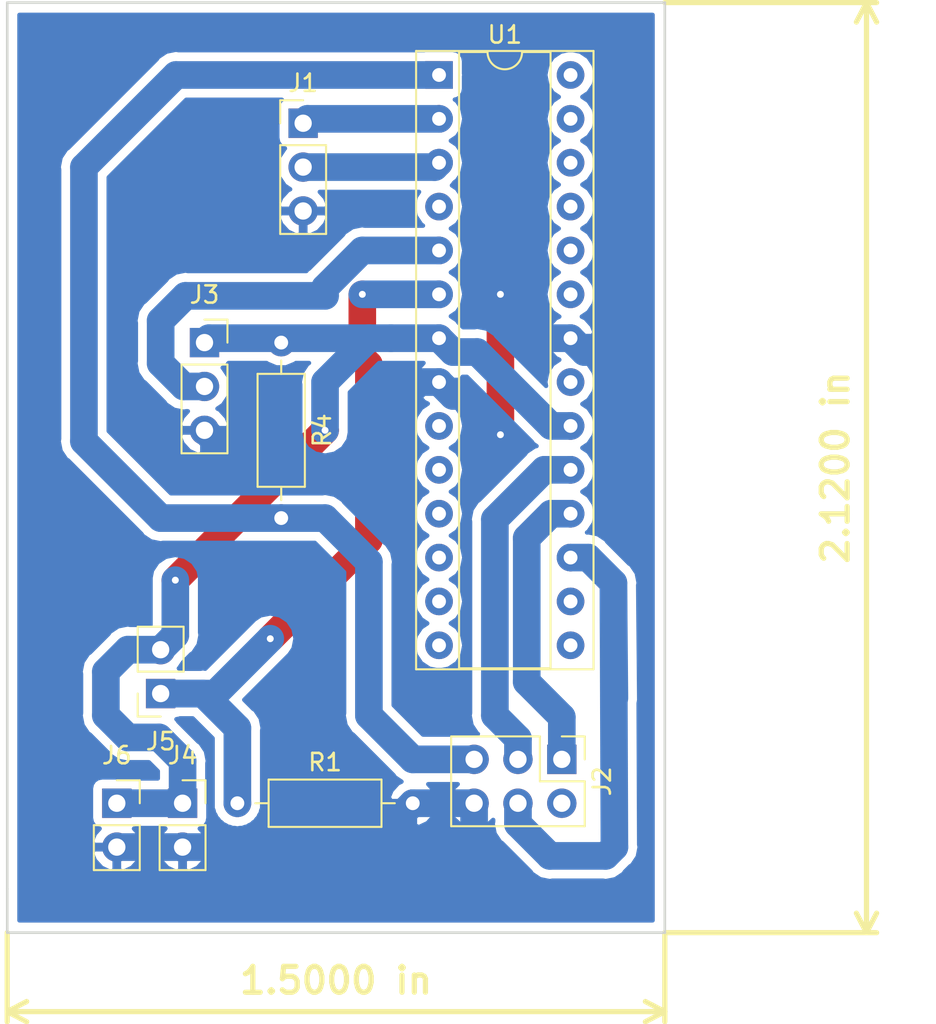
<source format=kicad_pcb>
(kicad_pcb (version 20171130) (host pcbnew 5.0.2-bee76a0~70~ubuntu18.04.1)

  (general
    (thickness 1.6)
    (drawings 12)
    (tracks 96)
    (zones 0)
    (modules 9)
    (nets 11)
  )

  (page A4)
  (layers
    (0 F.Cu signal)
    (31 B.Cu signal)
    (32 B.Adhes user)
    (33 F.Adhes user)
    (34 B.Paste user)
    (35 F.Paste user)
    (36 B.SilkS user)
    (37 F.SilkS user)
    (38 B.Mask user)
    (39 F.Mask user)
    (40 Dwgs.User user)
    (41 Cmts.User user)
    (42 Eco1.User user)
    (43 Eco2.User user)
    (44 Edge.Cuts user)
    (45 Margin user)
    (46 B.CrtYd user)
    (47 F.CrtYd user)
    (48 B.Fab user)
    (49 F.Fab user)
  )

  (setup
    (last_trace_width 1.6)
    (trace_clearance 0.2)
    (zone_clearance 0.508)
    (zone_45_only no)
    (trace_min 0.2)
    (segment_width 0.2)
    (edge_width 0.15)
    (via_size 0.8)
    (via_drill 0.4)
    (via_min_size 0.4)
    (via_min_drill 0.3)
    (uvia_size 0.3)
    (uvia_drill 0.1)
    (uvias_allowed no)
    (uvia_min_size 0.2)
    (uvia_min_drill 0.1)
    (pcb_text_width 0.3)
    (pcb_text_size 1.5 1.5)
    (mod_edge_width 0.15)
    (mod_text_size 1 1)
    (mod_text_width 0.15)
    (pad_size 1.524 1.524)
    (pad_drill 0.762)
    (pad_to_mask_clearance 0.051)
    (solder_mask_min_width 0.25)
    (aux_axis_origin 0 0)
    (visible_elements 7FFFFFFF)
    (pcbplotparams
      (layerselection 0x010fc_ffffffff)
      (usegerberextensions false)
      (usegerberattributes false)
      (usegerberadvancedattributes false)
      (creategerberjobfile false)
      (excludeedgelayer true)
      (linewidth 0.100000)
      (plotframeref false)
      (viasonmask false)
      (mode 1)
      (useauxorigin false)
      (hpglpennumber 1)
      (hpglpenspeed 20)
      (hpglpendiameter 15.000000)
      (psnegative false)
      (psa4output false)
      (plotreference true)
      (plotvalue true)
      (plotinvisibletext false)
      (padsonsilk false)
      (subtractmaskfromsilk false)
      (outputformat 1)
      (mirror false)
      (drillshape 0)
      (scaleselection 1)
      (outputdirectory "gerber/"))
  )

  (net 0 "")
  (net 1 GND)
  (net 2 MISO)
  (net 3 SCK)
  (net 4 MOSI)
  (net 5 RESET)
  (net 6 +5V)
  (net 7 LED)
  (net 8 "Net-(J5-Pad1)")
  (net 9 "Net-(J1-Pad1)")
  (net 10 "Net-(J1-Pad2)")

  (net_class Default "This is the default net class."
    (clearance 0.2)
    (trace_width 1.6)
    (via_dia 0.8)
    (via_drill 0.4)
    (uvia_dia 0.3)
    (uvia_drill 0.1)
    (add_net +5V)
    (add_net GND)
    (add_net LED)
    (add_net MISO)
    (add_net MOSI)
    (add_net "Net-(J1-Pad1)")
    (add_net "Net-(J1-Pad2)")
    (add_net "Net-(J5-Pad1)")
    (add_net RESET)
    (add_net SCK)
  )

  (module Connector_PinHeader_2.54mm:PinHeader_2x03_P2.54mm_Vertical (layer F.Cu) (tedit 5BC3281A) (tstamp 5BC33362)
    (at 44.831 56.515 270)
    (descr "Through hole straight pin header, 2x03, 2.54mm pitch, double rows")
    (tags "Through hole pin header THT 2x03 2.54mm double row")
    (path /5BB90674)
    (fp_text reference J2 (at 1.27 -2.33 270) (layer F.SilkS)
      (effects (font (size 1 1) (thickness 0.15)))
    )
    (fp_text value Conn_02x03_Odd_Even (at 1.27 7.41 270) (layer F.Fab)
      (effects (font (size 1 1) (thickness 0.15)))
    )
    (fp_line (start 0 -1.27) (end 3.81 -1.27) (layer F.Fab) (width 0.1))
    (fp_line (start 3.81 -1.27) (end 3.81 6.35) (layer F.Fab) (width 0.1))
    (fp_line (start 3.81 6.35) (end -1.27 6.35) (layer F.Fab) (width 0.1))
    (fp_line (start -1.27 6.35) (end -1.27 0) (layer F.Fab) (width 0.1))
    (fp_line (start -1.27 0) (end 0 -1.27) (layer F.Fab) (width 0.1))
    (fp_line (start -1.33 6.41) (end 3.87 6.41) (layer F.SilkS) (width 0.12))
    (fp_line (start -1.33 1.27) (end -1.33 6.41) (layer F.SilkS) (width 0.12))
    (fp_line (start 3.87 -1.33) (end 3.87 6.41) (layer F.SilkS) (width 0.12))
    (fp_line (start -1.33 1.27) (end 1.27 1.27) (layer F.SilkS) (width 0.12))
    (fp_line (start 1.27 1.27) (end 1.27 -1.33) (layer F.SilkS) (width 0.12))
    (fp_line (start 1.27 -1.33) (end 3.87 -1.33) (layer F.SilkS) (width 0.12))
    (fp_line (start -1.33 0) (end -1.33 -1.33) (layer F.SilkS) (width 0.12))
    (fp_line (start -1.33 -1.33) (end 0 -1.33) (layer F.SilkS) (width 0.12))
    (fp_line (start -1.8 -1.8) (end -1.8 6.85) (layer F.CrtYd) (width 0.05))
    (fp_line (start -1.8 6.85) (end 4.35 6.85) (layer F.CrtYd) (width 0.05))
    (fp_line (start 4.35 6.85) (end 4.35 -1.8) (layer F.CrtYd) (width 0.05))
    (fp_line (start 4.35 -1.8) (end -1.8 -1.8) (layer F.CrtYd) (width 0.05))
    (fp_text user %R (at 1.27 2.54) (layer F.Fab)
      (effects (font (size 1 1) (thickness 0.15)))
    )
    (pad 1 thru_hole rect (at 0 0 270) (size 1.7 1.7) (drill 1) (layers *.Cu *.Mask)
      (net 2 MISO))
    (pad 2 thru_hole oval (at 2.54 0 270) (size 1.7 1.7) (drill 1) (layers *.Cu *.Mask))
    (pad 3 thru_hole oval (at 0 2.54 270) (size 1.7 1.7) (drill 1) (layers *.Cu *.Mask)
      (net 3 SCK))
    (pad 4 thru_hole oval (at 2.54 2.54 270) (size 1.7 1.7) (drill 1) (layers *.Cu *.Mask)
      (net 4 MOSI))
    (pad 5 thru_hole oval (at 0 5.08 270) (size 1.7 1.7) (drill 1) (layers *.Cu *.Mask)
      (net 5 RESET))
    (pad 6 thru_hole oval (at 2.54 5.08 270) (size 1.7 1.7) (drill 1) (layers *.Cu *.Mask)
      (net 1 GND))
    (model ${KISYS3DMOD}/Connector_PinHeader_2.54mm.3dshapes/PinHeader_2x03_P2.54mm_Vertical.wrl
      (at (xyz 0 0 0))
      (scale (xyz 1 1 1))
      (rotate (xyz 0 0 0))
    )
  )

  (module Resistor_THT:R_Axial_DIN0207_L6.3mm_D2.5mm_P10.16mm_Horizontal (layer F.Cu) (tedit 5AE5139B) (tstamp 5BC34412)
    (at 26.035 59.055)
    (descr "Resistor, Axial_DIN0207 series, Axial, Horizontal, pin pitch=10.16mm, 0.25W = 1/4W, length*diameter=6.3*2.5mm^2, http://cdn-reichelt.de/documents/datenblatt/B400/1_4W%23YAG.pdf")
    (tags "Resistor Axial_DIN0207 series Axial Horizontal pin pitch 10.16mm 0.25W = 1/4W length 6.3mm diameter 2.5mm")
    (path /5C0AB08E)
    (fp_text reference R1 (at 5.08 -2.37) (layer F.SilkS)
      (effects (font (size 1 1) (thickness 0.15)))
    )
    (fp_text value 100k (at 5.08 2.37) (layer F.Fab)
      (effects (font (size 1 1) (thickness 0.15)))
    )
    (fp_line (start 1.93 -1.25) (end 1.93 1.25) (layer F.Fab) (width 0.1))
    (fp_line (start 1.93 1.25) (end 8.23 1.25) (layer F.Fab) (width 0.1))
    (fp_line (start 8.23 1.25) (end 8.23 -1.25) (layer F.Fab) (width 0.1))
    (fp_line (start 8.23 -1.25) (end 1.93 -1.25) (layer F.Fab) (width 0.1))
    (fp_line (start 0 0) (end 1.93 0) (layer F.Fab) (width 0.1))
    (fp_line (start 10.16 0) (end 8.23 0) (layer F.Fab) (width 0.1))
    (fp_line (start 1.81 -1.37) (end 1.81 1.37) (layer F.SilkS) (width 0.12))
    (fp_line (start 1.81 1.37) (end 8.35 1.37) (layer F.SilkS) (width 0.12))
    (fp_line (start 8.35 1.37) (end 8.35 -1.37) (layer F.SilkS) (width 0.12))
    (fp_line (start 8.35 -1.37) (end 1.81 -1.37) (layer F.SilkS) (width 0.12))
    (fp_line (start 1.04 0) (end 1.81 0) (layer F.SilkS) (width 0.12))
    (fp_line (start 9.12 0) (end 8.35 0) (layer F.SilkS) (width 0.12))
    (fp_line (start -1.05 -1.5) (end -1.05 1.5) (layer F.CrtYd) (width 0.05))
    (fp_line (start -1.05 1.5) (end 11.21 1.5) (layer F.CrtYd) (width 0.05))
    (fp_line (start 11.21 1.5) (end 11.21 -1.5) (layer F.CrtYd) (width 0.05))
    (fp_line (start 11.21 -1.5) (end -1.05 -1.5) (layer F.CrtYd) (width 0.05))
    (fp_text user %R (at 5.08 0 180) (layer F.Fab)
      (effects (font (size 1 1) (thickness 0.15)))
    )
    (pad 1 thru_hole circle (at 0 0) (size 1.6 1.6) (drill 0.8) (layers *.Cu *.Mask)
      (net 8 "Net-(J5-Pad1)"))
    (pad 2 thru_hole oval (at 10.16 0) (size 1.6 1.6) (drill 0.8) (layers *.Cu *.Mask)
      (net 1 GND))
    (model ${KISYS3DMOD}/Resistor_THT.3dshapes/R_Axial_DIN0207_L6.3mm_D2.5mm_P10.16mm_Horizontal.wrl
      (at (xyz 0 0 0))
      (scale (xyz 1 1 1))
      (rotate (xyz 0 0 0))
    )
  )

  (module Resistor_THT:R_Axial_DIN0207_L6.3mm_D2.5mm_P10.16mm_Horizontal (layer F.Cu) (tedit 5AE5139B) (tstamp 5C176BA3)
    (at 28.575 32.385 270)
    (descr "Resistor, Axial_DIN0207 series, Axial, Horizontal, pin pitch=10.16mm, 0.25W = 1/4W, length*diameter=6.3*2.5mm^2, http://cdn-reichelt.de/documents/datenblatt/B400/1_4W%23YAG.pdf")
    (tags "Resistor Axial_DIN0207 series Axial Horizontal pin pitch 10.16mm 0.25W = 1/4W length 6.3mm diameter 2.5mm")
    (path /5BB8F969)
    (fp_text reference R4 (at 5.08 -2.37 270) (layer F.SilkS)
      (effects (font (size 1 1) (thickness 0.15)))
    )
    (fp_text value 10k (at 5.08 2.37 270) (layer F.Fab)
      (effects (font (size 1 1) (thickness 0.15)))
    )
    (fp_text user %R (at 5.08 0 270) (layer F.Fab)
      (effects (font (size 1 1) (thickness 0.15)))
    )
    (fp_line (start 11.21 -1.5) (end -1.05 -1.5) (layer F.CrtYd) (width 0.05))
    (fp_line (start 11.21 1.5) (end 11.21 -1.5) (layer F.CrtYd) (width 0.05))
    (fp_line (start -1.05 1.5) (end 11.21 1.5) (layer F.CrtYd) (width 0.05))
    (fp_line (start -1.05 -1.5) (end -1.05 1.5) (layer F.CrtYd) (width 0.05))
    (fp_line (start 9.12 0) (end 8.35 0) (layer F.SilkS) (width 0.12))
    (fp_line (start 1.04 0) (end 1.81 0) (layer F.SilkS) (width 0.12))
    (fp_line (start 8.35 -1.37) (end 1.81 -1.37) (layer F.SilkS) (width 0.12))
    (fp_line (start 8.35 1.37) (end 8.35 -1.37) (layer F.SilkS) (width 0.12))
    (fp_line (start 1.81 1.37) (end 8.35 1.37) (layer F.SilkS) (width 0.12))
    (fp_line (start 1.81 -1.37) (end 1.81 1.37) (layer F.SilkS) (width 0.12))
    (fp_line (start 10.16 0) (end 8.23 0) (layer F.Fab) (width 0.1))
    (fp_line (start 0 0) (end 1.93 0) (layer F.Fab) (width 0.1))
    (fp_line (start 8.23 -1.25) (end 1.93 -1.25) (layer F.Fab) (width 0.1))
    (fp_line (start 8.23 1.25) (end 8.23 -1.25) (layer F.Fab) (width 0.1))
    (fp_line (start 1.93 1.25) (end 8.23 1.25) (layer F.Fab) (width 0.1))
    (fp_line (start 1.93 -1.25) (end 1.93 1.25) (layer F.Fab) (width 0.1))
    (pad 2 thru_hole oval (at 10.16 0 270) (size 1.6 1.6) (drill 0.8) (layers *.Cu *.Mask)
      (net 5 RESET))
    (pad 1 thru_hole circle (at 0 0 270) (size 1.6 1.6) (drill 0.8) (layers *.Cu *.Mask)
      (net 6 +5V))
    (model ${KISYS3DMOD}/Resistor_THT.3dshapes/R_Axial_DIN0207_L6.3mm_D2.5mm_P10.16mm_Horizontal.wrl
      (at (xyz 0 0 0))
      (scale (xyz 1 1 1))
      (rotate (xyz 0 0 0))
    )
  )

  (module Package_DIP:DIP-28_W7.62mm_Socket (layer F.Cu) (tedit 5A02E8C5) (tstamp 5BC33408)
    (at 37.719 16.891)
    (descr "28-lead though-hole mounted DIP package, row spacing 7.62 mm (300 mils), Socket")
    (tags "THT DIP DIL PDIP 2.54mm 7.62mm 300mil Socket")
    (path /5BB8CBE4)
    (fp_text reference U1 (at 3.81 -2.33) (layer F.SilkS)
      (effects (font (size 1 1) (thickness 0.15)))
    )
    (fp_text value ATMEGA8-16PU (at 3.81 35.35) (layer F.Fab)
      (effects (font (size 1 1) (thickness 0.15)))
    )
    (fp_arc (start 3.81 -1.33) (end 2.81 -1.33) (angle -180) (layer F.SilkS) (width 0.12))
    (fp_line (start 1.635 -1.27) (end 6.985 -1.27) (layer F.Fab) (width 0.1))
    (fp_line (start 6.985 -1.27) (end 6.985 34.29) (layer F.Fab) (width 0.1))
    (fp_line (start 6.985 34.29) (end 0.635 34.29) (layer F.Fab) (width 0.1))
    (fp_line (start 0.635 34.29) (end 0.635 -0.27) (layer F.Fab) (width 0.1))
    (fp_line (start 0.635 -0.27) (end 1.635 -1.27) (layer F.Fab) (width 0.1))
    (fp_line (start -1.27 -1.33) (end -1.27 34.35) (layer F.Fab) (width 0.1))
    (fp_line (start -1.27 34.35) (end 8.89 34.35) (layer F.Fab) (width 0.1))
    (fp_line (start 8.89 34.35) (end 8.89 -1.33) (layer F.Fab) (width 0.1))
    (fp_line (start 8.89 -1.33) (end -1.27 -1.33) (layer F.Fab) (width 0.1))
    (fp_line (start 2.81 -1.33) (end 1.16 -1.33) (layer F.SilkS) (width 0.12))
    (fp_line (start 1.16 -1.33) (end 1.16 34.35) (layer F.SilkS) (width 0.12))
    (fp_line (start 1.16 34.35) (end 6.46 34.35) (layer F.SilkS) (width 0.12))
    (fp_line (start 6.46 34.35) (end 6.46 -1.33) (layer F.SilkS) (width 0.12))
    (fp_line (start 6.46 -1.33) (end 4.81 -1.33) (layer F.SilkS) (width 0.12))
    (fp_line (start -1.33 -1.39) (end -1.33 34.41) (layer F.SilkS) (width 0.12))
    (fp_line (start -1.33 34.41) (end 8.95 34.41) (layer F.SilkS) (width 0.12))
    (fp_line (start 8.95 34.41) (end 8.95 -1.39) (layer F.SilkS) (width 0.12))
    (fp_line (start 8.95 -1.39) (end -1.33 -1.39) (layer F.SilkS) (width 0.12))
    (fp_line (start -1.55 -1.6) (end -1.55 34.65) (layer F.CrtYd) (width 0.05))
    (fp_line (start -1.55 34.65) (end 9.15 34.65) (layer F.CrtYd) (width 0.05))
    (fp_line (start 9.15 34.65) (end 9.15 -1.6) (layer F.CrtYd) (width 0.05))
    (fp_line (start 9.15 -1.6) (end -1.55 -1.6) (layer F.CrtYd) (width 0.05))
    (fp_text user %R (at 3.81 16.51) (layer F.Fab)
      (effects (font (size 1 1) (thickness 0.15)))
    )
    (pad 1 thru_hole rect (at 0 0) (size 1.6 1.6) (drill 0.8) (layers *.Cu *.Mask)
      (net 5 RESET))
    (pad 15 thru_hole oval (at 7.62 33.02) (size 1.6 1.6) (drill 0.8) (layers *.Cu *.Mask))
    (pad 2 thru_hole oval (at 0 2.54) (size 1.6 1.6) (drill 0.8) (layers *.Cu *.Mask)
      (net 9 "Net-(J1-Pad1)"))
    (pad 16 thru_hole oval (at 7.62 30.48) (size 1.6 1.6) (drill 0.8) (layers *.Cu *.Mask))
    (pad 3 thru_hole oval (at 0 5.08) (size 1.6 1.6) (drill 0.8) (layers *.Cu *.Mask)
      (net 10 "Net-(J1-Pad2)"))
    (pad 17 thru_hole oval (at 7.62 27.94) (size 1.6 1.6) (drill 0.8) (layers *.Cu *.Mask)
      (net 4 MOSI))
    (pad 4 thru_hole oval (at 0 7.62) (size 1.6 1.6) (drill 0.8) (layers *.Cu *.Mask))
    (pad 18 thru_hole oval (at 7.62 25.4) (size 1.6 1.6) (drill 0.8) (layers *.Cu *.Mask)
      (net 2 MISO))
    (pad 5 thru_hole oval (at 0 10.16) (size 1.6 1.6) (drill 0.8) (layers *.Cu *.Mask)
      (net 7 LED))
    (pad 19 thru_hole oval (at 7.62 22.86) (size 1.6 1.6) (drill 0.8) (layers *.Cu *.Mask)
      (net 3 SCK))
    (pad 6 thru_hole oval (at 0 12.7) (size 1.6 1.6) (drill 0.8) (layers *.Cu *.Mask)
      (net 8 "Net-(J5-Pad1)"))
    (pad 20 thru_hole oval (at 7.62 20.32) (size 1.6 1.6) (drill 0.8) (layers *.Cu *.Mask)
      (net 6 +5V))
    (pad 7 thru_hole oval (at 0 15.24) (size 1.6 1.6) (drill 0.8) (layers *.Cu *.Mask)
      (net 6 +5V))
    (pad 21 thru_hole oval (at 7.62 17.78) (size 1.6 1.6) (drill 0.8) (layers *.Cu *.Mask))
    (pad 8 thru_hole oval (at 0 17.78) (size 1.6 1.6) (drill 0.8) (layers *.Cu *.Mask)
      (net 1 GND))
    (pad 22 thru_hole oval (at 7.62 15.24) (size 1.6 1.6) (drill 0.8) (layers *.Cu *.Mask)
      (net 1 GND))
    (pad 9 thru_hole oval (at 0 20.32) (size 1.6 1.6) (drill 0.8) (layers *.Cu *.Mask))
    (pad 23 thru_hole oval (at 7.62 12.7) (size 1.6 1.6) (drill 0.8) (layers *.Cu *.Mask))
    (pad 10 thru_hole oval (at 0 22.86) (size 1.6 1.6) (drill 0.8) (layers *.Cu *.Mask))
    (pad 24 thru_hole oval (at 7.62 10.16) (size 1.6 1.6) (drill 0.8) (layers *.Cu *.Mask))
    (pad 11 thru_hole oval (at 0 25.4) (size 1.6 1.6) (drill 0.8) (layers *.Cu *.Mask))
    (pad 25 thru_hole oval (at 7.62 7.62) (size 1.6 1.6) (drill 0.8) (layers *.Cu *.Mask))
    (pad 12 thru_hole oval (at 0 27.94) (size 1.6 1.6) (drill 0.8) (layers *.Cu *.Mask))
    (pad 26 thru_hole oval (at 7.62 5.08) (size 1.6 1.6) (drill 0.8) (layers *.Cu *.Mask))
    (pad 13 thru_hole oval (at 0 30.48) (size 1.6 1.6) (drill 0.8) (layers *.Cu *.Mask))
    (pad 27 thru_hole oval (at 7.62 2.54) (size 1.6 1.6) (drill 0.8) (layers *.Cu *.Mask))
    (pad 14 thru_hole oval (at 0 33.02) (size 1.6 1.6) (drill 0.8) (layers *.Cu *.Mask))
    (pad 28 thru_hole oval (at 7.62 0) (size 1.6 1.6) (drill 0.8) (layers *.Cu *.Mask))
    (model ${KISYS3DMOD}/Package_DIP.3dshapes/DIP-28_W7.62mm_Socket.wrl
      (at (xyz 0 0 0))
      (scale (xyz 1 1 1))
      (rotate (xyz 0 0 0))
    )
  )

  (module Connector_PinSocket_2.54mm:PinSocket_1x03_P2.54mm_Vertical (layer F.Cu) (tedit 5A19A429) (tstamp 5C176061)
    (at 24.13 32.385)
    (descr "Through hole straight socket strip, 1x03, 2.54mm pitch, single row (from Kicad 4.0.7), script generated")
    (tags "Through hole socket strip THT 1x03 2.54mm single row")
    (path /5C084B83)
    (fp_text reference J3 (at 0 -2.77) (layer F.SilkS)
      (effects (font (size 1 1) (thickness 0.15)))
    )
    (fp_text value Conn_01x03 (at 0 7.85) (layer F.Fab)
      (effects (font (size 1 1) (thickness 0.15)))
    )
    (fp_line (start -1.27 -1.27) (end 0.635 -1.27) (layer F.Fab) (width 0.1))
    (fp_line (start 0.635 -1.27) (end 1.27 -0.635) (layer F.Fab) (width 0.1))
    (fp_line (start 1.27 -0.635) (end 1.27 6.35) (layer F.Fab) (width 0.1))
    (fp_line (start 1.27 6.35) (end -1.27 6.35) (layer F.Fab) (width 0.1))
    (fp_line (start -1.27 6.35) (end -1.27 -1.27) (layer F.Fab) (width 0.1))
    (fp_line (start -1.33 1.27) (end 1.33 1.27) (layer F.SilkS) (width 0.12))
    (fp_line (start -1.33 1.27) (end -1.33 6.41) (layer F.SilkS) (width 0.12))
    (fp_line (start -1.33 6.41) (end 1.33 6.41) (layer F.SilkS) (width 0.12))
    (fp_line (start 1.33 1.27) (end 1.33 6.41) (layer F.SilkS) (width 0.12))
    (fp_line (start 1.33 -1.33) (end 1.33 0) (layer F.SilkS) (width 0.12))
    (fp_line (start 0 -1.33) (end 1.33 -1.33) (layer F.SilkS) (width 0.12))
    (fp_line (start -1.8 -1.8) (end 1.75 -1.8) (layer F.CrtYd) (width 0.05))
    (fp_line (start 1.75 -1.8) (end 1.75 6.85) (layer F.CrtYd) (width 0.05))
    (fp_line (start 1.75 6.85) (end -1.8 6.85) (layer F.CrtYd) (width 0.05))
    (fp_line (start -1.8 6.85) (end -1.8 -1.8) (layer F.CrtYd) (width 0.05))
    (fp_text user %R (at 0 2.54 90) (layer F.Fab)
      (effects (font (size 1 1) (thickness 0.15)))
    )
    (pad 1 thru_hole rect (at 0 0) (size 1.7 1.7) (drill 1) (layers *.Cu *.Mask)
      (net 6 +5V))
    (pad 2 thru_hole oval (at 0 2.54) (size 1.7 1.7) (drill 1) (layers *.Cu *.Mask)
      (net 7 LED))
    (pad 3 thru_hole oval (at 0 5.08) (size 1.7 1.7) (drill 1) (layers *.Cu *.Mask)
      (net 1 GND))
    (model ${KISYS3DMOD}/Connector_PinSocket_2.54mm.3dshapes/PinSocket_1x03_P2.54mm_Vertical.wrl
      (at (xyz 0 0 0))
      (scale (xyz 1 1 1))
      (rotate (xyz 0 0 0))
    )
  )

  (module Connector_PinSocket_2.54mm:PinSocket_1x02_P2.54mm_Vertical (layer F.Cu) (tedit 5A19A420) (tstamp 5C1763EA)
    (at 22.86 59.055)
    (descr "Through hole straight socket strip, 1x02, 2.54mm pitch, single row (from Kicad 4.0.7), script generated")
    (tags "Through hole socket strip THT 1x02 2.54mm single row")
    (path /5C084590)
    (fp_text reference J4 (at 0 -2.77) (layer F.SilkS)
      (effects (font (size 1 1) (thickness 0.15)))
    )
    (fp_text value Conn_01x02_Male (at 0 5.31) (layer F.Fab)
      (effects (font (size 1 1) (thickness 0.15)))
    )
    (fp_line (start -1.27 -1.27) (end 0.635 -1.27) (layer F.Fab) (width 0.1))
    (fp_line (start 0.635 -1.27) (end 1.27 -0.635) (layer F.Fab) (width 0.1))
    (fp_line (start 1.27 -0.635) (end 1.27 3.81) (layer F.Fab) (width 0.1))
    (fp_line (start 1.27 3.81) (end -1.27 3.81) (layer F.Fab) (width 0.1))
    (fp_line (start -1.27 3.81) (end -1.27 -1.27) (layer F.Fab) (width 0.1))
    (fp_line (start -1.33 1.27) (end 1.33 1.27) (layer F.SilkS) (width 0.12))
    (fp_line (start -1.33 1.27) (end -1.33 3.87) (layer F.SilkS) (width 0.12))
    (fp_line (start -1.33 3.87) (end 1.33 3.87) (layer F.SilkS) (width 0.12))
    (fp_line (start 1.33 1.27) (end 1.33 3.87) (layer F.SilkS) (width 0.12))
    (fp_line (start 1.33 -1.33) (end 1.33 0) (layer F.SilkS) (width 0.12))
    (fp_line (start 0 -1.33) (end 1.33 -1.33) (layer F.SilkS) (width 0.12))
    (fp_line (start -1.8 -1.8) (end 1.75 -1.8) (layer F.CrtYd) (width 0.05))
    (fp_line (start 1.75 -1.8) (end 1.75 4.3) (layer F.CrtYd) (width 0.05))
    (fp_line (start 1.75 4.3) (end -1.8 4.3) (layer F.CrtYd) (width 0.05))
    (fp_line (start -1.8 4.3) (end -1.8 -1.8) (layer F.CrtYd) (width 0.05))
    (fp_text user %R (at 0 1.27 90) (layer F.Fab)
      (effects (font (size 1 1) (thickness 0.15)))
    )
    (pad 1 thru_hole rect (at 0 0) (size 1.7 1.7) (drill 1) (layers *.Cu *.Mask)
      (net 6 +5V))
    (pad 2 thru_hole oval (at 0 2.54) (size 1.7 1.7) (drill 1) (layers *.Cu *.Mask)
      (net 1 GND))
    (model ${KISYS3DMOD}/Connector_PinSocket_2.54mm.3dshapes/PinSocket_1x02_P2.54mm_Vertical.wrl
      (at (xyz 0 0 0))
      (scale (xyz 1 1 1))
      (rotate (xyz 0 0 0))
    )
  )

  (module Connector_PinSocket_2.54mm:PinSocket_1x02_P2.54mm_Vertical (layer F.Cu) (tedit 5A19A420) (tstamp 5C17608D)
    (at 21.59 52.705 180)
    (descr "Through hole straight socket strip, 1x02, 2.54mm pitch, single row (from Kicad 4.0.7), script generated")
    (tags "Through hole socket strip THT 1x02 2.54mm single row")
    (path /5C0AAC9D)
    (fp_text reference J5 (at 0 -2.77 180) (layer F.SilkS)
      (effects (font (size 1 1) (thickness 0.15)))
    )
    (fp_text value Conn_01x02_Male (at 0 5.31 180) (layer F.Fab)
      (effects (font (size 1 1) (thickness 0.15)))
    )
    (fp_text user %R (at 0 1.27 270) (layer F.Fab)
      (effects (font (size 1 1) (thickness 0.15)))
    )
    (fp_line (start -1.8 4.3) (end -1.8 -1.8) (layer F.CrtYd) (width 0.05))
    (fp_line (start 1.75 4.3) (end -1.8 4.3) (layer F.CrtYd) (width 0.05))
    (fp_line (start 1.75 -1.8) (end 1.75 4.3) (layer F.CrtYd) (width 0.05))
    (fp_line (start -1.8 -1.8) (end 1.75 -1.8) (layer F.CrtYd) (width 0.05))
    (fp_line (start 0 -1.33) (end 1.33 -1.33) (layer F.SilkS) (width 0.12))
    (fp_line (start 1.33 -1.33) (end 1.33 0) (layer F.SilkS) (width 0.12))
    (fp_line (start 1.33 1.27) (end 1.33 3.87) (layer F.SilkS) (width 0.12))
    (fp_line (start -1.33 3.87) (end 1.33 3.87) (layer F.SilkS) (width 0.12))
    (fp_line (start -1.33 1.27) (end -1.33 3.87) (layer F.SilkS) (width 0.12))
    (fp_line (start -1.33 1.27) (end 1.33 1.27) (layer F.SilkS) (width 0.12))
    (fp_line (start -1.27 3.81) (end -1.27 -1.27) (layer F.Fab) (width 0.1))
    (fp_line (start 1.27 3.81) (end -1.27 3.81) (layer F.Fab) (width 0.1))
    (fp_line (start 1.27 -0.635) (end 1.27 3.81) (layer F.Fab) (width 0.1))
    (fp_line (start 0.635 -1.27) (end 1.27 -0.635) (layer F.Fab) (width 0.1))
    (fp_line (start -1.27 -1.27) (end 0.635 -1.27) (layer F.Fab) (width 0.1))
    (pad 2 thru_hole oval (at 0 2.54 180) (size 1.7 1.7) (drill 1) (layers *.Cu *.Mask)
      (net 6 +5V))
    (pad 1 thru_hole rect (at 0 0 180) (size 1.7 1.7) (drill 1) (layers *.Cu *.Mask)
      (net 8 "Net-(J5-Pad1)"))
    (model ${KISYS3DMOD}/Connector_PinSocket_2.54mm.3dshapes/PinSocket_1x02_P2.54mm_Vertical.wrl
      (at (xyz 0 0 0))
      (scale (xyz 1 1 1))
      (rotate (xyz 0 0 0))
    )
  )

  (module Connector_PinSocket_2.54mm:PinSocket_1x02_P2.54mm_Vertical (layer F.Cu) (tedit 5A19A420) (tstamp 5C233F8C)
    (at 19.049888 59.055)
    (descr "Through hole straight socket strip, 1x02, 2.54mm pitch, single row (from Kicad 4.0.7), script generated")
    (tags "Through hole socket strip THT 1x02 2.54mm single row")
    (path /5C0AD11F)
    (fp_text reference J6 (at 0 -2.77) (layer F.SilkS)
      (effects (font (size 1 1) (thickness 0.15)))
    )
    (fp_text value Conn_01x02_Male (at 0 5.31) (layer F.Fab)
      (effects (font (size 1 1) (thickness 0.15)))
    )
    (fp_line (start -1.27 -1.27) (end 0.635 -1.27) (layer F.Fab) (width 0.1))
    (fp_line (start 0.635 -1.27) (end 1.27 -0.635) (layer F.Fab) (width 0.1))
    (fp_line (start 1.27 -0.635) (end 1.27 3.81) (layer F.Fab) (width 0.1))
    (fp_line (start 1.27 3.81) (end -1.27 3.81) (layer F.Fab) (width 0.1))
    (fp_line (start -1.27 3.81) (end -1.27 -1.27) (layer F.Fab) (width 0.1))
    (fp_line (start -1.33 1.27) (end 1.33 1.27) (layer F.SilkS) (width 0.12))
    (fp_line (start -1.33 1.27) (end -1.33 3.87) (layer F.SilkS) (width 0.12))
    (fp_line (start -1.33 3.87) (end 1.33 3.87) (layer F.SilkS) (width 0.12))
    (fp_line (start 1.33 1.27) (end 1.33 3.87) (layer F.SilkS) (width 0.12))
    (fp_line (start 1.33 -1.33) (end 1.33 0) (layer F.SilkS) (width 0.12))
    (fp_line (start 0 -1.33) (end 1.33 -1.33) (layer F.SilkS) (width 0.12))
    (fp_line (start -1.8 -1.8) (end 1.75 -1.8) (layer F.CrtYd) (width 0.05))
    (fp_line (start 1.75 -1.8) (end 1.75 4.3) (layer F.CrtYd) (width 0.05))
    (fp_line (start 1.75 4.3) (end -1.8 4.3) (layer F.CrtYd) (width 0.05))
    (fp_line (start -1.8 4.3) (end -1.8 -1.8) (layer F.CrtYd) (width 0.05))
    (fp_text user %R (at 0 1.27 90) (layer F.Fab)
      (effects (font (size 1 1) (thickness 0.15)))
    )
    (pad 1 thru_hole rect (at 0 0) (size 1.7 1.7) (drill 1) (layers *.Cu *.Mask)
      (net 6 +5V))
    (pad 2 thru_hole oval (at 0 2.54) (size 1.7 1.7) (drill 1) (layers *.Cu *.Mask)
      (net 1 GND))
    (model ${KISYS3DMOD}/Connector_PinSocket_2.54mm.3dshapes/PinSocket_1x02_P2.54mm_Vertical.wrl
      (at (xyz 0 0 0))
      (scale (xyz 1 1 1))
      (rotate (xyz 0 0 0))
    )
  )

  (module Connector_PinHeader_2.54mm:PinHeader_1x03_P2.54mm_Vertical (layer F.Cu) (tedit 59FED5CC) (tstamp 5C17B303)
    (at 29.845 19.685)
    (descr "Through hole straight pin header, 1x03, 2.54mm pitch, single row")
    (tags "Through hole pin header THT 1x03 2.54mm single row")
    (path /5C0B1DA3)
    (fp_text reference J1 (at 0 -2.33) (layer F.SilkS)
      (effects (font (size 1 1) (thickness 0.15)))
    )
    (fp_text value Conn_01x03_Female (at 0 7.41) (layer F.Fab)
      (effects (font (size 1 1) (thickness 0.15)))
    )
    (fp_line (start -0.635 -1.27) (end 1.27 -1.27) (layer F.Fab) (width 0.1))
    (fp_line (start 1.27 -1.27) (end 1.27 6.35) (layer F.Fab) (width 0.1))
    (fp_line (start 1.27 6.35) (end -1.27 6.35) (layer F.Fab) (width 0.1))
    (fp_line (start -1.27 6.35) (end -1.27 -0.635) (layer F.Fab) (width 0.1))
    (fp_line (start -1.27 -0.635) (end -0.635 -1.27) (layer F.Fab) (width 0.1))
    (fp_line (start -1.33 6.41) (end 1.33 6.41) (layer F.SilkS) (width 0.12))
    (fp_line (start -1.33 1.27) (end -1.33 6.41) (layer F.SilkS) (width 0.12))
    (fp_line (start 1.33 1.27) (end 1.33 6.41) (layer F.SilkS) (width 0.12))
    (fp_line (start -1.33 1.27) (end 1.33 1.27) (layer F.SilkS) (width 0.12))
    (fp_line (start -1.33 0) (end -1.33 -1.33) (layer F.SilkS) (width 0.12))
    (fp_line (start -1.33 -1.33) (end 0 -1.33) (layer F.SilkS) (width 0.12))
    (fp_line (start -1.8 -1.8) (end -1.8 6.85) (layer F.CrtYd) (width 0.05))
    (fp_line (start -1.8 6.85) (end 1.8 6.85) (layer F.CrtYd) (width 0.05))
    (fp_line (start 1.8 6.85) (end 1.8 -1.8) (layer F.CrtYd) (width 0.05))
    (fp_line (start 1.8 -1.8) (end -1.8 -1.8) (layer F.CrtYd) (width 0.05))
    (fp_text user %R (at 0 2.54 90) (layer F.Fab)
      (effects (font (size 1 1) (thickness 0.15)))
    )
    (pad 1 thru_hole rect (at 0 0) (size 1.7 1.7) (drill 1) (layers *.Cu *.Mask)
      (net 9 "Net-(J1-Pad1)"))
    (pad 2 thru_hole oval (at 0 2.54) (size 1.7 1.7) (drill 1) (layers *.Cu *.Mask)
      (net 10 "Net-(J1-Pad2)"))
    (pad 3 thru_hole oval (at 0 5.08) (size 1.7 1.7) (drill 1) (layers *.Cu *.Mask)
      (net 1 GND))
    (model ${KISYS3DMOD}/Connector_PinHeader_2.54mm.3dshapes/PinHeader_1x03_P2.54mm_Vertical.wrl
      (at (xyz 0 0 0))
      (scale (xyz 1 1 1))
      (rotate (xyz 0 0 0))
    )
  )

  (dimension 38.1 (width 0.3) (layer F.SilkS)
    (gr_text "38,100 mm" (at 31.75 73.22) (layer F.SilkS)
      (effects (font (size 1.5 1.5) (thickness 0.3)))
    )
    (feature1 (pts (xy 50.8 66.548) (xy 50.8 71.706421)))
    (feature2 (pts (xy 12.7 66.548) (xy 12.7 71.706421)))
    (crossbar (pts (xy 12.7 71.12) (xy 50.8 71.12)))
    (arrow1a (pts (xy 50.8 71.12) (xy 49.673496 71.706421)))
    (arrow1b (pts (xy 50.8 71.12) (xy 49.673496 70.533579)))
    (arrow2a (pts (xy 12.7 71.12) (xy 13.826504 71.706421)))
    (arrow2b (pts (xy 12.7 71.12) (xy 13.826504 70.533579)))
  )
  (dimension 53.848 (width 0.3) (layer F.SilkS)
    (gr_text "53,848 mm" (at 64.584 39.624 270) (layer F.SilkS)
      (effects (font (size 1.5 1.5) (thickness 0.3)))
    )
    (feature1 (pts (xy 50.8 66.548) (xy 63.070421 66.548)))
    (feature2 (pts (xy 50.8 12.7) (xy 63.070421 12.7)))
    (crossbar (pts (xy 62.484 12.7) (xy 62.484 66.548)))
    (arrow1a (pts (xy 62.484 66.548) (xy 61.897579 65.421496)))
    (arrow1b (pts (xy 62.484 66.548) (xy 63.070421 65.421496)))
    (arrow2a (pts (xy 62.484 12.7) (xy 61.897579 13.826504)))
    (arrow2b (pts (xy 62.484 12.7) (xy 63.070421 13.826504)))
  )
  (gr_text "5V\nGND" (at 17.78 60.325) (layer Eco2.User) (tstamp 5C17B588)
    (effects (font (size 1.5 1.5) (thickness 0.25)) (justify right))
  )
  (gr_text Button (at 18.415 52.07 90) (layer Eco2.User) (tstamp 5C17B581)
    (effects (font (size 1 1) (thickness 0.25)))
  )
  (gr_text "5V\nWS2812\nGND" (at 21.59 34.925) (layer Eco2.User) (tstamp 5C17B570)
    (effects (font (size 1 1) (thickness 0.25)) (justify right))
  )
  (gr_text JTAG (at 42.291 62.103) (layer Eco2.User)
    (effects (font (size 1.5 1.5) (thickness 0.3)))
  )
  (gr_text "GND TX RX" (at 26.67 22.86 90) (layer Eco2.User)
    (effects (font (size 1 1) (thickness 0.25)))
  )
  (gr_line (start 50.8 12.7) (end 12.7 12.7) (layer Edge.Cuts) (width 0.15))
  (gr_line (start 50.8 66.548) (end 50.8 12.7) (layer Edge.Cuts) (width 0.15))
  (gr_line (start 12.7 66.548) (end 50.8 66.548) (layer Edge.Cuts) (width 0.15))
  (gr_line (start 12.7 66.548) (end 12.7 64.008) (layer Edge.Cuts) (width 0.15))
  (gr_line (start 12.7 12.7) (end 12.7 64.008) (layer Edge.Cuts) (width 0.15))

  (segment (start 36.195 59.055) (end 39.751 59.055) (width 1.6) (layer B.Cu) (net 1) (status 20))
  (via (at 41.275 37.719) (size 0.8) (drill 0.4) (layers F.Cu B.Cu) (net 1))
  (segment (start 39.026999 35.470999) (end 41.275 37.719) (width 1.6) (layer B.Cu) (net 1))
  (segment (start 37.719 34.671) (end 38.518999 35.470999) (width 1.6) (layer B.Cu) (net 1) (status 30))
  (segment (start 38.518999 35.470999) (end 39.026999 35.470999) (width 1.6) (layer B.Cu) (net 1) (status 10))
  (segment (start 41.275 37.719) (end 41.275 29.591) (width 1.6) (layer F.Cu) (net 1))
  (via (at 41.275 29.591) (size 0.8) (drill 0.4) (layers F.Cu B.Cu) (net 1))
  (segment (start 43.815 32.131) (end 45.339 32.131) (width 1.6) (layer B.Cu) (net 1) (status 20))
  (segment (start 41.275 29.591) (end 43.815 32.131) (width 1.6) (layer B.Cu) (net 1))
  (segment (start 33.655 61.595) (end 36.195 59.055) (width 1.6) (layer B.Cu) (net 1))
  (segment (start 22.86 61.595) (end 33.655 61.595) (width 1.6) (layer B.Cu) (net 1))
  (segment (start 24.13 37.465) (end 26.67 40.005) (width 1.6) (layer B.Cu) (net 1))
  (segment (start 26.67 40.005) (end 31.75 40.005) (width 1.6) (layer B.Cu) (net 1))
  (segment (start 31.75 40.005) (end 34.925 36.83) (width 1.6) (layer B.Cu) (net 1))
  (segment (start 36.58763 34.671) (end 37.719 34.671) (width 1.6) (layer B.Cu) (net 1))
  (segment (start 34.925 36.33363) (end 36.58763 34.671) (width 1.6) (layer B.Cu) (net 1))
  (segment (start 34.925 36.83) (end 34.925 36.33363) (width 1.6) (layer B.Cu) (net 1))
  (segment (start 46.138999 32.930999) (end 46.900999 32.930999) (width 1.6) (layer B.Cu) (net 1))
  (segment (start 45.339 32.131) (end 46.138999 32.930999) (width 1.6) (layer B.Cu) (net 1))
  (segment (start 39.751 60.257081) (end 39.751 59.055) (width 1.6) (layer B.Cu) (net 1))
  (segment (start 19.05 61.595) (end 22.86 61.595) (width 1.6) (layer B.Cu) (net 1))
  (segment (start 44.831 54.065) (end 42.799 52.033) (width 1.6) (layer B.Cu) (net 2))
  (segment (start 44.831 56.515) (end 44.831 54.065) (width 1.6) (layer B.Cu) (net 2) (status 10))
  (segment (start 44.20763 42.291) (end 45.339 42.291) (width 1.6) (layer B.Cu) (net 2) (status 20))
  (segment (start 42.799 43.69963) (end 44.20763 42.291) (width 1.6) (layer B.Cu) (net 2))
  (segment (start 42.799 52.033) (end 42.799 43.69963) (width 1.6) (layer B.Cu) (net 2))
  (segment (start 40.953081 53.975) (end 40.953081 42.612919) (width 1.6) (layer B.Cu) (net 3))
  (segment (start 42.291 56.515) (end 42.291 55.312919) (width 1.6) (layer B.Cu) (net 3) (status 10))
  (segment (start 43.815 39.751) (end 45.339 39.751) (width 1.6) (layer B.Cu) (net 3) (status 20))
  (segment (start 40.953081 42.612919) (end 43.815 39.751) (width 1.6) (layer B.Cu) (net 3))
  (segment (start 42.291 55.312919) (end 40.953081 53.975) (width 1.6) (layer B.Cu) (net 3))
  (segment (start 47.879 61.595) (end 47.371 62.103) (width 1.6) (layer B.Cu) (net 4))
  (segment (start 47.371 62.103) (end 44.136919 62.103) (width 1.6) (layer B.Cu) (net 4))
  (segment (start 44.136919 62.103) (end 42.291 60.257081) (width 1.6) (layer B.Cu) (net 4))
  (segment (start 45.339 44.831) (end 46.355 44.831) (width 1.6) (layer B.Cu) (net 4) (status 10))
  (segment (start 47.879 52.959) (end 47.81999 46.29599) (width 1.6) (layer B.Cu) (net 4))
  (segment (start 46.355 44.831) (end 47.81999 46.29599) (width 1.6) (layer B.Cu) (net 4))
  (segment (start 47.81999 46.29599) (end 47.879 61.595) (width 1.6) (layer B.Cu) (net 4))
  (segment (start 42.291 60.257081) (end 42.291 59.055) (width 1.6) (layer B.Cu) (net 4) (status 20))
  (segment (start 36.195 56.515) (end 39.751 56.515) (width 1.6) (layer B.Cu) (net 5))
  (segment (start 33.655 53.975) (end 36.195 56.515) (width 1.6) (layer B.Cu) (net 5))
  (segment (start 33.655 45.085) (end 33.655 53.975) (width 1.6) (layer B.Cu) (net 5))
  (segment (start 31.115 42.545) (end 33.655 45.085) (width 1.6) (layer B.Cu) (net 5))
  (segment (start 21.59 42.545) (end 31.115 42.545) (width 1.6) (layer B.Cu) (net 5))
  (segment (start 17.145 38.1) (end 21.59 42.545) (width 1.6) (layer B.Cu) (net 5))
  (segment (start 17.145 22.225) (end 17.145 38.1) (width 1.6) (layer B.Cu) (net 5))
  (segment (start 22.479 16.891) (end 17.145 22.225) (width 1.6) (layer B.Cu) (net 5))
  (segment (start 37.719 16.891) (end 22.479 16.891) (width 1.6) (layer B.Cu) (net 5))
  (segment (start 44.20763 37.211) (end 45.339 37.211) (width 1.6) (layer B.Cu) (net 6) (status 20))
  (segment (start 39.927629 32.930999) (end 44.20763 37.211) (width 1.6) (layer B.Cu) (net 6))
  (segment (start 38.518999 32.930999) (end 39.927629 32.930999) (width 1.6) (layer B.Cu) (net 6) (status 10))
  (segment (start 37.719 32.131) (end 38.518999 32.930999) (width 1.6) (layer B.Cu) (net 6) (status 30))
  (segment (start 24.384 32.131) (end 24.13 32.385) (width 1.6) (layer B.Cu) (net 6))
  (segment (start 22.86 56.605) (end 21.5 55.245) (width 1.6) (layer B.Cu) (net 6))
  (segment (start 22.86 59.055) (end 22.86 56.605) (width 1.6) (layer B.Cu) (net 6))
  (segment (start 21.5 55.245) (end 19.685 55.245) (width 1.6) (layer B.Cu) (net 6))
  (segment (start 19.685 55.245) (end 18.415 53.975) (width 1.6) (layer B.Cu) (net 6))
  (segment (start 18.415 53.975) (end 18.415 51.435) (width 1.6) (layer B.Cu) (net 6))
  (segment (start 19.685 50.165) (end 21.59 50.165) (width 1.6) (layer B.Cu) (net 6))
  (segment (start 18.415 51.435) (end 19.685 50.165) (width 1.6) (layer B.Cu) (net 6))
  (segment (start 22.439999 49.315001) (end 22.439999 46.140001) (width 1.6) (layer B.Cu) (net 6))
  (segment (start 21.59 50.165) (end 22.439999 49.315001) (width 1.6) (layer B.Cu) (net 6))
  (via (at 22.439999 46.140001) (size 0.8) (drill 0.4) (layers F.Cu B.Cu) (net 6))
  (segment (start 33.655 32.131) (end 24.384 32.131) (width 1.6) (layer B.Cu) (net 6))
  (segment (start 22.439999 46.140001) (end 31.115 37.465) (width 1.6) (layer F.Cu) (net 6))
  (segment (start 31.115 37.465) (end 31.115 37.465) (width 1.6) (layer F.Cu) (net 6) (tstamp 5C17685E))
  (via (at 31.115 37.465) (size 0.8) (drill 0.4) (layers F.Cu B.Cu) (net 6))
  (segment (start 31.115 34.671) (end 33.655 32.131) (width 1.6) (layer B.Cu) (net 6))
  (segment (start 31.115 37.465) (end 31.115 34.671) (width 1.6) (layer B.Cu) (net 6))
  (segment (start 37.719 32.131) (end 34.925 32.131) (width 1.6) (layer B.Cu) (net 6))
  (segment (start 34.925 32.131) (end 33.655 32.131) (width 1.6) (layer B.Cu) (net 6))
  (segment (start 19.05 59.055) (end 22.86 59.055) (width 1.6) (layer B.Cu) (net 6))
  (segment (start 33.268402 27.051) (end 37.719 27.051) (width 1.6) (layer B.Cu) (net 7))
  (segment (start 31.115 29.204402) (end 33.268402 27.051) (width 1.6) (layer B.Cu) (net 7))
  (segment (start 31.115 29.677998) (end 31.115 29.204402) (width 1.6) (layer B.Cu) (net 7))
  (segment (start 23.027002 29.677998) (end 31.115 29.677998) (width 1.6) (layer B.Cu) (net 7))
  (segment (start 24.13 34.925) (end 22.927919 34.925) (width 1.6) (layer B.Cu) (net 7))
  (segment (start 22.927919 34.925) (end 21.59 33.587081) (width 1.6) (layer B.Cu) (net 7))
  (segment (start 21.59 33.587081) (end 21.59 31.115) (width 1.6) (layer B.Cu) (net 7))
  (segment (start 21.59 31.115) (end 23.027002 29.677998) (width 1.6) (layer B.Cu) (net 7))
  (segment (start 24.04 52.705) (end 26.035 54.7) (width 1.6) (layer B.Cu) (net 8))
  (segment (start 21.59 52.705) (end 24.04 52.705) (width 1.6) (layer B.Cu) (net 8))
  (segment (start 26.035 54.7) (end 26.035 59.055) (width 1.6) (layer B.Cu) (net 8))
  (via (at 33.274 29.591) (size 0.8) (drill 0.4) (layers F.Cu B.Cu) (net 8))
  (segment (start 33.274 29.591) (end 33.274 33.274) (width 1.6) (layer F.Cu) (net 8))
  (segment (start 33.274 33.274) (end 33.655 33.655) (width 1.6) (layer F.Cu) (net 8))
  (segment (start 33.655 33.655) (end 33.655 43.815) (width 1.6) (layer F.Cu) (net 8))
  (segment (start 33.655 43.815) (end 27.94 49.53) (width 1.6) (layer F.Cu) (net 8))
  (via (at 27.94 49.53) (size 0.8) (drill 0.4) (layers F.Cu B.Cu) (net 8))
  (segment (start 24.765 52.705) (end 21.59 52.705) (width 1.6) (layer B.Cu) (net 8))
  (segment (start 27.94 49.53) (end 24.765 52.705) (width 1.6) (layer B.Cu) (net 8))
  (segment (start 33.274 29.591) (end 37.719 29.591) (width 1.6) (layer B.Cu) (net 8))
  (segment (start 30.099 19.431) (end 29.845 19.685) (width 1.6) (layer B.Cu) (net 9))
  (segment (start 37.719 19.431) (end 30.099 19.431) (width 1.6) (layer B.Cu) (net 9))
  (segment (start 37.465 22.225) (end 37.719 21.971) (width 1.6) (layer B.Cu) (net 10))
  (segment (start 29.845 22.225) (end 37.465 22.225) (width 1.6) (layer B.Cu) (net 10))

  (zone (net 1) (net_name GND) (layer B.Cu) (tstamp 0) (hatch edge 0.508)
    (connect_pads (clearance 0.508))
    (min_thickness 0.254)
    (fill yes (arc_segments 16) (thermal_gap 0.508) (thermal_bridge_width 0.508))
    (polygon
      (pts
        (xy 13.208 13.208) (xy 50.292 13.208) (xy 50.292 66.04) (xy 13.208 66.04)
      )
    )
    (filled_polygon
      (pts
        (xy 50.09 65.838) (xy 13.41 65.838) (xy 13.41 61.95189) (xy 17.608412 61.95189) (xy 17.778243 62.361924)
        (xy 18.16853 62.790183) (xy 18.692996 63.036486) (xy 18.922888 62.915819) (xy 18.922888 61.722) (xy 19.176888 61.722)
        (xy 19.176888 62.915819) (xy 19.40678 63.036486) (xy 19.931246 62.790183) (xy 20.321533 62.361924) (xy 20.491364 61.95189)
        (xy 21.418524 61.95189) (xy 21.588355 62.361924) (xy 21.978642 62.790183) (xy 22.503108 63.036486) (xy 22.733 62.915819)
        (xy 22.733 61.722) (xy 22.987 61.722) (xy 22.987 62.915819) (xy 23.216892 63.036486) (xy 23.741358 62.790183)
        (xy 24.131645 62.361924) (xy 24.301476 61.95189) (xy 24.180155 61.722) (xy 22.987 61.722) (xy 22.733 61.722)
        (xy 21.539845 61.722) (xy 21.418524 61.95189) (xy 20.491364 61.95189) (xy 20.370043 61.722) (xy 19.176888 61.722)
        (xy 18.922888 61.722) (xy 17.729733 61.722) (xy 17.608412 61.95189) (xy 13.41 61.95189) (xy 13.41 51.435)
        (xy 16.951888 51.435) (xy 16.980001 51.576333) (xy 16.98 53.833671) (xy 16.951888 53.975) (xy 16.98 54.116328)
        (xy 16.98 54.116332) (xy 17.06326 54.534908) (xy 17.380423 55.009576) (xy 17.500241 55.089636) (xy 18.570363 56.159759)
        (xy 18.650423 56.279577) (xy 19.125091 56.59674) (xy 19.543667 56.68) (xy 19.543671 56.68) (xy 19.684999 56.708112)
        (xy 19.826327 56.68) (xy 20.905604 56.68) (xy 21.425001 57.199397) (xy 21.425001 57.62) (xy 20.167344 57.62)
        (xy 20.147653 57.606843) (xy 19.899888 57.55756) (xy 18.199888 57.55756) (xy 17.952123 57.606843) (xy 17.742079 57.747191)
        (xy 17.601731 57.957235) (xy 17.552448 58.205) (xy 17.552448 59.905) (xy 17.601731 60.152765) (xy 17.742079 60.362809)
        (xy 17.952123 60.503157) (xy 18.055596 60.523739) (xy 17.778243 60.828076) (xy 17.608412 61.23811) (xy 17.729733 61.468)
        (xy 18.922888 61.468) (xy 18.922888 61.448) (xy 19.176888 61.448) (xy 19.176888 61.468) (xy 20.370043 61.468)
        (xy 20.491364 61.23811) (xy 20.321533 60.828076) (xy 20.04418 60.523739) (xy 20.147653 60.503157) (xy 20.167344 60.49)
        (xy 21.742544 60.49) (xy 21.762235 60.503157) (xy 21.865708 60.523739) (xy 21.588355 60.828076) (xy 21.418524 61.23811)
        (xy 21.539845 61.468) (xy 22.733 61.468) (xy 22.733 61.448) (xy 22.987 61.448) (xy 22.987 61.468)
        (xy 24.180155 61.468) (xy 24.301476 61.23811) (xy 24.131645 60.828076) (xy 23.854292 60.523739) (xy 23.957765 60.503157)
        (xy 24.167809 60.362809) (xy 24.308157 60.152765) (xy 24.35744 59.905) (xy 24.35744 58.205) (xy 24.308157 57.957235)
        (xy 24.295 57.937544) (xy 24.295 56.746327) (xy 24.323112 56.604999) (xy 24.295 56.463671) (xy 24.295 56.463667)
        (xy 24.21174 56.045091) (xy 23.894577 55.570423) (xy 23.774762 55.490365) (xy 22.614638 54.330243) (xy 22.534577 54.210423)
        (xy 22.503674 54.189775) (xy 22.687765 54.153157) (xy 22.707456 54.14) (xy 23.445605 54.14) (xy 24.6 55.294396)
        (xy 24.600001 58.769559) (xy 24.6 58.769561) (xy 24.6 59.340439) (xy 24.655149 59.47358) (xy 24.683261 59.614909)
        (xy 24.763318 59.734722) (xy 24.818466 59.867862) (xy 24.920367 59.969763) (xy 25.000424 60.089577) (xy 25.120238 60.169634)
        (xy 25.222138 60.271534) (xy 25.355276 60.326682) (xy 25.475092 60.40674) (xy 25.616424 60.434853) (xy 25.749561 60.49)
        (xy 25.893667 60.49) (xy 26.035 60.518113) (xy 26.176333 60.49) (xy 26.320439 60.49) (xy 26.453575 60.434853)
        (xy 26.594909 60.40674) (xy 26.714726 60.326681) (xy 26.847862 60.271534) (xy 26.94976 60.169636) (xy 27.069577 60.089577)
        (xy 27.149636 59.96976) (xy 27.251534 59.867862) (xy 27.306681 59.734726) (xy 27.38674 59.614909) (xy 27.414853 59.473575)
        (xy 27.443655 59.404039) (xy 34.803096 59.404039) (xy 34.963959 59.792423) (xy 35.339866 60.207389) (xy 35.845959 60.446914)
        (xy 36.068 60.325629) (xy 36.068 59.182) (xy 36.322 59.182) (xy 36.322 60.325629) (xy 36.544041 60.446914)
        (xy 37.050134 60.207389) (xy 37.426041 59.792423) (xy 37.583651 59.411892) (xy 38.309514 59.411892) (xy 38.555817 59.936358)
        (xy 38.984076 60.326645) (xy 39.39411 60.496476) (xy 39.624 60.375155) (xy 39.624 59.182) (xy 38.430181 59.182)
        (xy 38.309514 59.411892) (xy 37.583651 59.411892) (xy 37.586904 59.404039) (xy 37.464915 59.182) (xy 36.322 59.182)
        (xy 36.068 59.182) (xy 34.925085 59.182) (xy 34.803096 59.404039) (xy 27.443655 59.404039) (xy 27.47 59.340439)
        (xy 27.47 54.841328) (xy 27.498112 54.699999) (xy 27.47 54.558671) (xy 27.47 54.558667) (xy 27.38674 54.140091)
        (xy 27.192777 53.849806) (xy 27.149635 53.785239) (xy 27.149634 53.785238) (xy 27.069576 53.665423) (xy 26.949761 53.585365)
        (xy 26.431895 53.0675) (xy 29.054635 50.444761) (xy 29.291739 50.08991) (xy 29.403112 49.530001) (xy 29.291739 48.970091)
        (xy 28.974577 48.495423) (xy 28.499909 48.178261) (xy 27.939999 48.066888) (xy 27.38009 48.178261) (xy 27.025239 48.415365)
        (xy 24.172384 51.268221) (xy 24.04 51.241888) (xy 23.898672 51.27) (xy 22.707456 51.27) (xy 22.687765 51.256843)
        (xy 22.642381 51.247816) (xy 22.660625 51.235625) (xy 22.885864 50.898531) (xy 23.354758 50.429637) (xy 23.474575 50.349578)
        (xy 23.791739 49.87491) (xy 23.874999 49.456334) (xy 23.874999 49.45633) (xy 23.903111 49.315002) (xy 23.874999 49.173674)
        (xy 23.874999 45.998668) (xy 23.791739 45.580092) (xy 23.474576 45.105424) (xy 22.999908 44.788261) (xy 22.439999 44.676888)
        (xy 21.880091 44.788261) (xy 21.405423 45.105424) (xy 21.08826 45.580092) (xy 21.005 45.998668) (xy 21.004999 48.720606)
        (xy 20.995605 48.73) (xy 19.826327 48.73) (xy 19.684999 48.701888) (xy 19.543671 48.73) (xy 19.543667 48.73)
        (xy 19.125091 48.81326) (xy 18.650423 49.130423) (xy 18.570364 49.25024) (xy 17.500241 50.320364) (xy 17.380424 50.400423)
        (xy 17.300365 50.52024) (xy 17.063261 50.875091) (xy 16.951888 51.435) (xy 13.41 51.435) (xy 13.41 22.225)
        (xy 15.681888 22.225) (xy 15.71 22.366328) (xy 15.710001 37.958667) (xy 15.681888 38.1) (xy 15.710001 38.241333)
        (xy 15.793261 38.659909) (xy 16.110424 39.134577) (xy 16.230241 39.214636) (xy 20.475363 43.459759) (xy 20.555423 43.579577)
        (xy 21.030091 43.89674) (xy 21.448667 43.98) (xy 21.448671 43.98) (xy 21.589999 44.008112) (xy 21.731327 43.98)
        (xy 30.520605 43.98) (xy 32.22 45.679397) (xy 32.220001 53.833667) (xy 32.191888 53.975) (xy 32.280813 54.422055)
        (xy 32.303261 54.534909) (xy 32.620424 55.009577) (xy 32.740241 55.089636) (xy 35.080365 57.429762) (xy 35.160423 57.549577)
        (xy 35.544108 57.805947) (xy 35.339866 57.902611) (xy 34.963959 58.317577) (xy 34.803096 58.705961) (xy 34.925085 58.928)
        (xy 36.068 58.928) (xy 36.068 58.908) (xy 36.322 58.908) (xy 36.322 58.928) (xy 37.464915 58.928)
        (xy 37.586904 58.705961) (xy 37.426041 58.317577) (xy 37.093062 57.95) (xy 38.801218 57.95) (xy 38.555817 58.173642)
        (xy 38.309514 58.698108) (xy 38.430181 58.928) (xy 39.624 58.928) (xy 39.624 58.908) (xy 39.878 58.908)
        (xy 39.878 58.928) (xy 39.898 58.928) (xy 39.898 59.182) (xy 39.878 59.182) (xy 39.878 60.375155)
        (xy 40.10789 60.496476) (xy 40.517924 60.326645) (xy 40.856 60.018545) (xy 40.856 60.115753) (xy 40.827888 60.257081)
        (xy 40.856 60.398409) (xy 40.856 60.398413) (xy 40.93926 60.816989) (xy 41.256423 61.291657) (xy 41.376241 61.371717)
        (xy 43.022282 63.017759) (xy 43.102342 63.137577) (xy 43.321616 63.284091) (xy 43.57701 63.45474) (xy 44.136919 63.566113)
        (xy 44.278252 63.538) (xy 47.229672 63.538) (xy 47.371 63.566112) (xy 47.512328 63.538) (xy 47.512333 63.538)
        (xy 47.930909 63.45474) (xy 48.405577 63.137577) (xy 48.485638 63.017757) (xy 48.795736 62.70766) (xy 48.917559 62.625579)
        (xy 49.073699 62.389936) (xy 49.230739 62.154909) (xy 49.2313 62.152089) (xy 49.232889 62.149691) (xy 49.286983 61.872154)
        (xy 49.342112 61.595001) (xy 49.313455 61.45093) (xy 49.281874 53.263249) (xy 49.315195 53.087618) (xy 49.256242 46.431029)
        (xy 49.283103 46.29599) (xy 49.254445 46.151916) (xy 49.254434 46.149124) (xy 49.253714 46.145576) (xy 49.253682 46.141955)
        (xy 49.226185 46.009842) (xy 49.17173 45.736081) (xy 49.170132 45.733689) (xy 49.16956 45.730872) (xy 49.167478 45.727781)
        (xy 49.166718 45.724132) (xy 49.00963 45.493481) (xy 48.934625 45.381229) (xy 48.932647 45.379251) (xy 48.850568 45.257431)
        (xy 48.847463 45.255373) (xy 48.845364 45.252292) (xy 48.730213 45.176817) (xy 47.469638 43.916243) (xy 47.389577 43.796423)
        (xy 46.914909 43.47926) (xy 46.496333 43.396) (xy 46.496328 43.396) (xy 46.355 43.367888) (xy 46.291287 43.380561)
        (xy 46.373577 43.325577) (xy 46.69074 42.850909) (xy 46.802113 42.291) (xy 46.69074 41.731091) (xy 46.373577 41.256423)
        (xy 46.021242 41.021) (xy 46.373577 40.785577) (xy 46.69074 40.310909) (xy 46.802113 39.751) (xy 46.69074 39.191091)
        (xy 46.373577 38.716423) (xy 46.021242 38.481) (xy 46.373577 38.245577) (xy 46.69074 37.770909) (xy 46.802113 37.211)
        (xy 46.69074 36.651091) (xy 46.373577 36.176423) (xy 46.021242 35.941) (xy 46.373577 35.705577) (xy 46.69074 35.230909)
        (xy 46.802113 34.671) (xy 46.69074 34.111091) (xy 46.373577 33.636423) (xy 45.989892 33.380053) (xy 46.194134 33.283389)
        (xy 46.570041 32.868423) (xy 46.730904 32.480039) (xy 46.608915 32.258) (xy 45.466 32.258) (xy 45.466 32.278)
        (xy 45.212 32.278) (xy 45.212 32.258) (xy 44.069085 32.258) (xy 43.947096 32.480039) (xy 44.107959 32.868423)
        (xy 44.483866 33.283389) (xy 44.688108 33.380053) (xy 44.304423 33.636423) (xy 43.98726 34.111091) (xy 43.875887 34.671)
        (xy 43.920299 34.894272) (xy 41.042267 32.016242) (xy 40.962206 31.896422) (xy 40.487538 31.579259) (xy 40.068962 31.495999)
        (xy 40.068957 31.495999) (xy 39.927629 31.467887) (xy 39.786301 31.495999) (xy 39.113394 31.495999) (xy 38.833638 31.216243)
        (xy 38.753577 31.096423) (xy 38.401242 30.861) (xy 38.753577 30.625577) (xy 39.07074 30.150909) (xy 39.182113 29.591)
        (xy 39.07074 29.031091) (xy 38.753577 28.556423) (xy 38.401242 28.321) (xy 38.753577 28.085577) (xy 39.07074 27.610909)
        (xy 39.182113 27.051) (xy 39.07074 26.491091) (xy 38.753577 26.016423) (xy 38.401242 25.781) (xy 38.753577 25.545577)
        (xy 39.07074 25.070909) (xy 39.182113 24.511) (xy 39.07074 23.951091) (xy 38.753577 23.476423) (xy 38.464311 23.283141)
        (xy 38.499577 23.259577) (xy 38.579638 23.139757) (xy 38.633757 23.085638) (xy 38.753577 23.005577) (xy 39.07074 22.530909)
        (xy 39.182113 21.971) (xy 39.07074 21.411091) (xy 38.753577 20.936423) (xy 38.401242 20.701) (xy 38.753577 20.465577)
        (xy 39.07074 19.990909) (xy 39.182113 19.431) (xy 39.07074 18.871091) (xy 38.753577 18.396423) (xy 38.632894 18.315785)
        (xy 38.766765 18.289157) (xy 38.976809 18.148809) (xy 39.117157 17.938765) (xy 39.16644 17.691) (xy 39.16644 16.969793)
        (xy 39.182113 16.891) (xy 43.875887 16.891) (xy 43.98726 17.450909) (xy 44.304423 17.925577) (xy 44.656758 18.161)
        (xy 44.304423 18.396423) (xy 43.98726 18.871091) (xy 43.875887 19.431) (xy 43.98726 19.990909) (xy 44.304423 20.465577)
        (xy 44.656758 20.701) (xy 44.304423 20.936423) (xy 43.98726 21.411091) (xy 43.875887 21.971) (xy 43.98726 22.530909)
        (xy 44.304423 23.005577) (xy 44.656758 23.241) (xy 44.304423 23.476423) (xy 43.98726 23.951091) (xy 43.875887 24.511)
        (xy 43.98726 25.070909) (xy 44.304423 25.545577) (xy 44.656758 25.781) (xy 44.304423 26.016423) (xy 43.98726 26.491091)
        (xy 43.875887 27.051) (xy 43.98726 27.610909) (xy 44.304423 28.085577) (xy 44.656758 28.321) (xy 44.304423 28.556423)
        (xy 43.98726 29.031091) (xy 43.875887 29.591) (xy 43.98726 30.150909) (xy 44.304423 30.625577) (xy 44.688108 30.881947)
        (xy 44.483866 30.978611) (xy 44.107959 31.393577) (xy 43.947096 31.781961) (xy 44.069085 32.004) (xy 45.212 32.004)
        (xy 45.212 31.984) (xy 45.466 31.984) (xy 45.466 32.004) (xy 46.608915 32.004) (xy 46.730904 31.781961)
        (xy 46.570041 31.393577) (xy 46.194134 30.978611) (xy 45.989892 30.881947) (xy 46.373577 30.625577) (xy 46.69074 30.150909)
        (xy 46.802113 29.591) (xy 46.69074 29.031091) (xy 46.373577 28.556423) (xy 46.021242 28.321) (xy 46.373577 28.085577)
        (xy 46.69074 27.610909) (xy 46.802113 27.051) (xy 46.69074 26.491091) (xy 46.373577 26.016423) (xy 46.021242 25.781)
        (xy 46.373577 25.545577) (xy 46.69074 25.070909) (xy 46.802113 24.511) (xy 46.69074 23.951091) (xy 46.373577 23.476423)
        (xy 46.021242 23.241) (xy 46.373577 23.005577) (xy 46.69074 22.530909) (xy 46.802113 21.971) (xy 46.69074 21.411091)
        (xy 46.373577 20.936423) (xy 46.021242 20.701) (xy 46.373577 20.465577) (xy 46.69074 19.990909) (xy 46.802113 19.431)
        (xy 46.69074 18.871091) (xy 46.373577 18.396423) (xy 46.021242 18.161) (xy 46.373577 17.925577) (xy 46.69074 17.450909)
        (xy 46.802113 16.891) (xy 46.69074 16.331091) (xy 46.373577 15.856423) (xy 45.898909 15.53926) (xy 45.480333 15.456)
        (xy 45.197667 15.456) (xy 44.779091 15.53926) (xy 44.304423 15.856423) (xy 43.98726 16.331091) (xy 43.875887 16.891)
        (xy 39.182113 16.891) (xy 39.16644 16.812207) (xy 39.16644 16.091) (xy 39.117157 15.843235) (xy 38.976809 15.633191)
        (xy 38.766765 15.492843) (xy 38.519 15.44356) (xy 36.919 15.44356) (xy 36.856459 15.456) (xy 22.620327 15.456)
        (xy 22.478999 15.427888) (xy 22.337671 15.456) (xy 22.337667 15.456) (xy 21.919091 15.53926) (xy 21.444423 15.856423)
        (xy 21.364363 15.976241) (xy 16.230241 21.110364) (xy 16.110423 21.190424) (xy 15.79326 21.665092) (xy 15.71 22.083668)
        (xy 15.71 22.083672) (xy 15.681888 22.225) (xy 13.41 22.225) (xy 13.41 13.41) (xy 50.090001 13.41)
      )
    )
    (filled_polygon
      (pts
        (xy 28.537191 18.377191) (xy 28.396843 18.587235) (xy 28.34756 18.835) (xy 28.34756 20.535) (xy 28.396843 20.782765)
        (xy 28.537191 20.992809) (xy 28.747235 21.133157) (xy 28.792619 21.142184) (xy 28.774375 21.154375) (xy 28.446161 21.645582)
        (xy 28.330908 22.225) (xy 28.446161 22.804418) (xy 28.774375 23.295625) (xy 29.093478 23.508843) (xy 28.963642 23.569817)
        (xy 28.573355 23.998076) (xy 28.403524 24.40811) (xy 28.524845 24.638) (xy 29.718 24.638) (xy 29.718 24.618)
        (xy 29.972 24.618) (xy 29.972 24.638) (xy 31.165155 24.638) (xy 31.286476 24.40811) (xy 31.116645 23.998076)
        (xy 30.808545 23.66) (xy 36.561761 23.66) (xy 36.36726 23.951091) (xy 36.255887 24.511) (xy 36.36726 25.070909)
        (xy 36.684423 25.545577) (xy 36.789818 25.616) (xy 33.409729 25.616) (xy 33.268401 25.587888) (xy 33.127073 25.616)
        (xy 33.127069 25.616) (xy 32.708493 25.69926) (xy 32.233825 26.016423) (xy 32.153765 26.136241) (xy 30.200241 28.089766)
        (xy 30.080424 28.169825) (xy 30.031531 28.242998) (xy 23.168335 28.242998) (xy 23.027002 28.214885) (xy 22.885669 28.242998)
        (xy 22.467093 28.326258) (xy 21.992425 28.643421) (xy 21.912365 28.763239) (xy 20.675241 30.000364) (xy 20.555424 30.080423)
        (xy 20.475365 30.20024) (xy 20.238261 30.555091) (xy 20.126888 31.115) (xy 20.155001 31.256333) (xy 20.155 33.445752)
        (xy 20.126888 33.587081) (xy 20.155 33.728409) (xy 20.155 33.728413) (xy 20.23826 34.146989) (xy 20.555423 34.621657)
        (xy 20.675241 34.701717) (xy 21.813282 35.839759) (xy 21.893342 35.959577) (xy 22.36801 36.27674) (xy 22.786586 36.36)
        (xy 22.78659 36.36) (xy 22.927918 36.388112) (xy 23.069246 36.36) (xy 23.166455 36.36) (xy 22.858355 36.698076)
        (xy 22.688524 37.10811) (xy 22.809845 37.338) (xy 24.003 37.338) (xy 24.003 37.318) (xy 24.257 37.318)
        (xy 24.257 37.338) (xy 25.450155 37.338) (xy 25.571476 37.10811) (xy 25.401645 36.698076) (xy 25.011358 36.269817)
        (xy 24.881522 36.208843) (xy 25.200625 35.995625) (xy 25.528839 35.504418) (xy 25.644092 34.925) (xy 25.528839 34.345582)
        (xy 25.200625 33.854375) (xy 25.182381 33.842184) (xy 25.227765 33.833157) (xy 25.437809 33.692809) (xy 25.522541 33.566)
        (xy 27.726604 33.566) (xy 27.762138 33.601534) (xy 28.289561 33.82) (xy 28.860439 33.82) (xy 29.387862 33.601534)
        (xy 29.423396 33.566) (xy 30.185819 33.566) (xy 30.080424 33.636423) (xy 30.000365 33.75624) (xy 29.763261 34.111091)
        (xy 29.651888 34.671) (xy 29.680001 34.812333) (xy 29.68 37.606332) (xy 29.76326 38.024908) (xy 30.080423 38.499576)
        (xy 30.555091 38.81674) (xy 31.115 38.928113) (xy 31.674908 38.81674) (xy 32.149576 38.499577) (xy 32.46674 38.024909)
        (xy 32.55 37.606333) (xy 32.55 37.211) (xy 36.255887 37.211) (xy 36.36726 37.770909) (xy 36.684423 38.245577)
        (xy 37.036758 38.481) (xy 36.684423 38.716423) (xy 36.36726 39.191091) (xy 36.255887 39.751) (xy 36.36726 40.310909)
        (xy 36.684423 40.785577) (xy 37.036758 41.021) (xy 36.684423 41.256423) (xy 36.36726 41.731091) (xy 36.255887 42.291)
        (xy 36.36726 42.850909) (xy 36.684423 43.325577) (xy 37.036758 43.561) (xy 36.684423 43.796423) (xy 36.36726 44.271091)
        (xy 36.255887 44.831) (xy 36.36726 45.390909) (xy 36.684423 45.865577) (xy 37.036758 46.101) (xy 36.684423 46.336423)
        (xy 36.36726 46.811091) (xy 36.255887 47.371) (xy 36.36726 47.930909) (xy 36.684423 48.405577) (xy 37.036758 48.641)
        (xy 36.684423 48.876423) (xy 36.36726 49.351091) (xy 36.255887 49.911) (xy 36.36726 50.470909) (xy 36.684423 50.945577)
        (xy 37.159091 51.26274) (xy 37.577667 51.346) (xy 37.860333 51.346) (xy 38.278909 51.26274) (xy 38.753577 50.945577)
        (xy 39.07074 50.470909) (xy 39.182113 49.911) (xy 39.07074 49.351091) (xy 38.753577 48.876423) (xy 38.401242 48.641)
        (xy 38.753577 48.405577) (xy 39.07074 47.930909) (xy 39.182113 47.371) (xy 39.07074 46.811091) (xy 38.753577 46.336423)
        (xy 38.401242 46.101) (xy 38.753577 45.865577) (xy 39.07074 45.390909) (xy 39.182113 44.831) (xy 39.07074 44.271091)
        (xy 38.753577 43.796423) (xy 38.401242 43.561) (xy 38.753577 43.325577) (xy 39.07074 42.850909) (xy 39.182113 42.291)
        (xy 39.07074 41.731091) (xy 38.753577 41.256423) (xy 38.401242 41.021) (xy 38.753577 40.785577) (xy 39.07074 40.310909)
        (xy 39.182113 39.751) (xy 39.07074 39.191091) (xy 38.753577 38.716423) (xy 38.401242 38.481) (xy 38.753577 38.245577)
        (xy 39.07074 37.770909) (xy 39.182113 37.211) (xy 39.07074 36.651091) (xy 38.753577 36.176423) (xy 38.369892 35.920053)
        (xy 38.574134 35.823389) (xy 38.950041 35.408423) (xy 39.110904 35.020039) (xy 38.988915 34.798) (xy 37.846 34.798)
        (xy 37.846 34.818) (xy 37.592 34.818) (xy 37.592 34.798) (xy 36.449085 34.798) (xy 36.327096 35.020039)
        (xy 36.487959 35.408423) (xy 36.863866 35.823389) (xy 37.068108 35.920053) (xy 36.684423 36.176423) (xy 36.36726 36.651091)
        (xy 36.255887 37.211) (xy 32.55 37.211) (xy 32.55 35.265395) (xy 34.249397 33.566) (xy 36.820938 33.566)
        (xy 36.487959 33.933577) (xy 36.327096 34.321961) (xy 36.449085 34.544) (xy 37.592 34.544) (xy 37.592 34.524)
        (xy 37.846 34.524) (xy 37.846 34.544) (xy 38.988915 34.544) (xy 39.086709 34.365999) (xy 39.333234 34.365999)
        (xy 43.092995 38.125762) (xy 43.173053 38.245577) (xy 43.369112 38.37658) (xy 43.255091 38.39926) (xy 42.780423 38.716423)
        (xy 42.700363 38.836241) (xy 40.038322 41.498283) (xy 39.918505 41.578342) (xy 39.646725 41.98509) (xy 39.601342 42.05301)
        (xy 39.489969 42.612919) (xy 39.518082 42.754252) (xy 39.518081 53.833672) (xy 39.489969 53.975) (xy 39.518081 54.116328)
        (xy 39.518081 54.116332) (xy 39.601341 54.534908) (xy 39.918504 55.009576) (xy 39.971034 55.044675) (xy 39.897256 55.03)
        (xy 39.604744 55.03) (xy 39.353376 55.08) (xy 36.789397 55.08) (xy 35.09 53.380605) (xy 35.09 45.226327)
        (xy 35.118112 45.084999) (xy 35.09 44.943671) (xy 35.09 44.943667) (xy 35.00674 44.525091) (xy 34.944316 44.431667)
        (xy 34.769635 44.170238) (xy 34.769632 44.170235) (xy 34.689576 44.050423) (xy 34.569764 43.970367) (xy 32.229638 41.630243)
        (xy 32.149577 41.510423) (xy 31.674909 41.19326) (xy 31.256333 41.11) (xy 31.256328 41.11) (xy 31.115 41.081888)
        (xy 30.973672 41.11) (xy 22.184396 41.11) (xy 18.896286 37.82189) (xy 22.688524 37.82189) (xy 22.858355 38.231924)
        (xy 23.248642 38.660183) (xy 23.773108 38.906486) (xy 24.003 38.785819) (xy 24.003 37.592) (xy 24.257 37.592)
        (xy 24.257 38.785819) (xy 24.486892 38.906486) (xy 25.011358 38.660183) (xy 25.401645 38.231924) (xy 25.571476 37.82189)
        (xy 25.450155 37.592) (xy 24.257 37.592) (xy 24.003 37.592) (xy 22.809845 37.592) (xy 22.688524 37.82189)
        (xy 18.896286 37.82189) (xy 18.58 37.505605) (xy 18.58 25.12189) (xy 28.403524 25.12189) (xy 28.573355 25.531924)
        (xy 28.963642 25.960183) (xy 29.488108 26.206486) (xy 29.718 26.085819) (xy 29.718 24.892) (xy 29.972 24.892)
        (xy 29.972 26.085819) (xy 30.201892 26.206486) (xy 30.726358 25.960183) (xy 31.116645 25.531924) (xy 31.286476 25.12189)
        (xy 31.165155 24.892) (xy 29.972 24.892) (xy 29.718 24.892) (xy 28.524845 24.892) (xy 28.403524 25.12189)
        (xy 18.58 25.12189) (xy 18.58 22.819395) (xy 23.073396 18.326) (xy 28.613803 18.326)
      )
    )
  )
)

</source>
